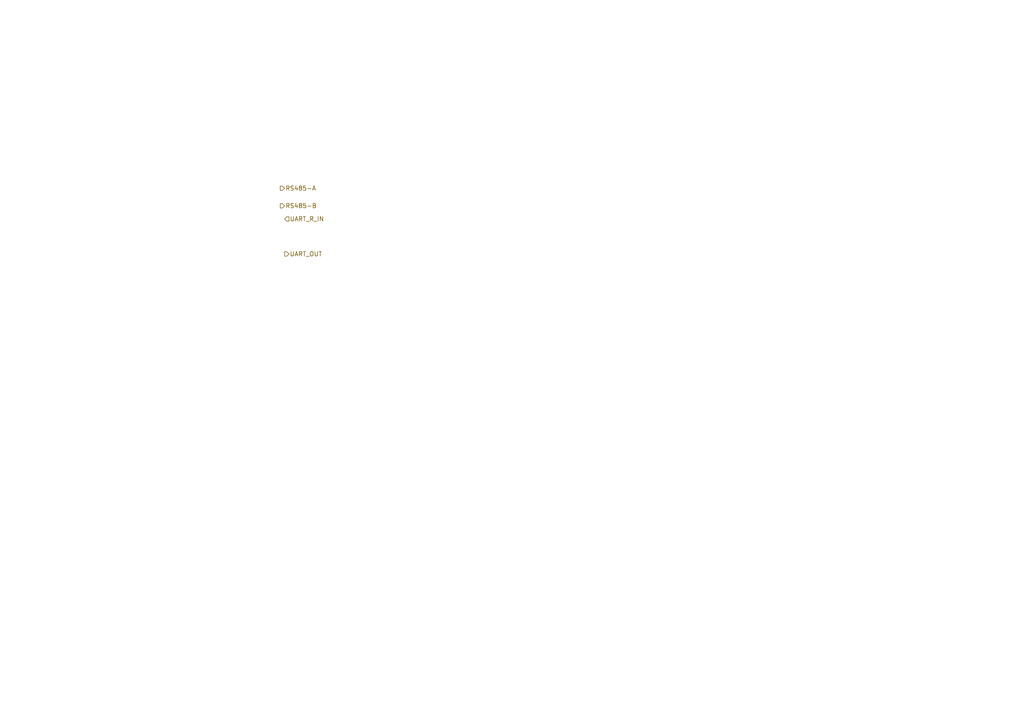
<source format=kicad_sch>
(kicad_sch
	(version 20250114)
	(generator "eeschema")
	(generator_version "9.0")
	(uuid "c626e9de-39b7-4430-bd26-fa7c1efe21e8")
	(paper "A4")
	(lib_symbols)
	(hierarchical_label "UART_OUT"
		(shape output)
		(at 82.55 73.66 0)
		(effects
			(font
				(size 1.27 1.27)
			)
			(justify left)
		)
		(uuid "49684a41-d4be-4806-bc98-77990bee7c37")
	)
	(hierarchical_label "RS485-A"
		(shape output)
		(at 81.28 54.61 0)
		(effects
			(font
				(size 1.27 1.27)
			)
			(justify left)
		)
		(uuid "5309f8b2-f70c-4f8d-a6d8-cd89f0c7e0be")
	)
	(hierarchical_label "UART_R_IN"
		(shape input)
		(at 82.55 63.5 0)
		(effects
			(font
				(size 1.27 1.27)
			)
			(justify left)
		)
		(uuid "691705b0-98f3-441f-8d4c-79902f905921")
	)
	(hierarchical_label "RS485-B"
		(shape output)
		(at 81.28 59.69 0)
		(effects
			(font
				(size 1.27 1.27)
			)
			(justify left)
		)
		(uuid "a3eb9638-2a65-4d2a-87d5-c2d87a94fbb5")
	)
)

</source>
